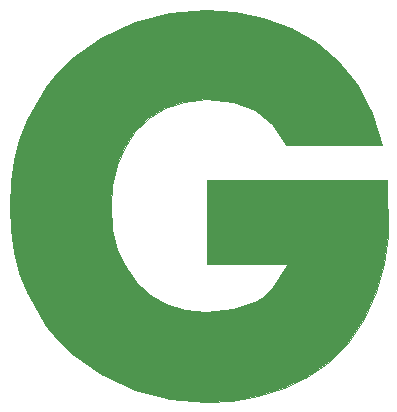
<source format=gto>
G04 #@! TF.FileFunction,Legend,Top*
%FSLAX46Y46*%
G04 Gerber Fmt 4.6, Leading zero omitted, Abs format (unit mm)*
G04 Created by KiCad (PCBNEW 4.0.0-rc2-stable) date 3/3/2016 3:44:06 PM*
%MOMM*%
G01*
G04 APERTURE LIST*
%ADD10C,0.150000*%
%ADD11C,0.025400*%
G04 APERTURE END LIST*
D10*
D11*
G36*
X70408545Y-18488064D02*
X72826781Y-18991998D01*
X75140570Y-19842964D01*
X77270365Y-21051883D01*
X79167615Y-22637729D01*
X80788011Y-24615119D01*
X82049164Y-26999558D01*
X82865172Y-29782556D01*
X74737449Y-29782556D01*
X73571509Y-27999805D01*
X73568905Y-27996913D01*
X72098015Y-26797612D01*
X72094378Y-26795537D01*
X70252668Y-26117385D01*
X70249532Y-26116665D01*
X67967042Y-25890617D01*
X67964555Y-25890615D01*
X66129655Y-26069864D01*
X66126874Y-26070456D01*
X64510124Y-26609305D01*
X64507515Y-26610518D01*
X63123510Y-27456721D01*
X63121322Y-27458412D01*
X61979972Y-28558512D01*
X61978251Y-28560562D01*
X61080801Y-29893312D01*
X61079648Y-29895437D01*
X60424951Y-31435283D01*
X60424276Y-31437340D01*
X60024528Y-33134196D01*
X60024225Y-33136169D01*
X59890621Y-34937614D01*
X59890621Y-34939500D01*
X60035320Y-36874551D01*
X60035669Y-36876703D01*
X60469869Y-38602502D01*
X60470645Y-38604706D01*
X61165443Y-40116761D01*
X61166667Y-40118866D01*
X62094114Y-41410416D01*
X62095911Y-41412427D01*
X63248317Y-42454674D01*
X63250655Y-42456349D01*
X64623549Y-43221299D01*
X64626100Y-43222375D01*
X66201600Y-43692277D01*
X66204110Y-43692757D01*
X67964470Y-43848656D01*
X67966738Y-43848654D01*
X70260288Y-43640501D01*
X70263156Y-43639901D01*
X72140396Y-43014154D01*
X72143209Y-43012813D01*
X72942819Y-42502811D01*
X72944750Y-42501299D01*
X73674100Y-41806497D01*
X73676025Y-41804167D01*
X74926415Y-39857920D01*
X74928244Y-39853222D01*
X74928101Y-39848183D01*
X74926009Y-39843596D01*
X74922297Y-39840185D01*
X74915733Y-39838355D01*
X68026280Y-39836607D01*
X68026280Y-32683656D01*
X83334098Y-32683656D01*
X83356286Y-37487282D01*
X83061553Y-39813192D01*
X82408598Y-42162410D01*
X81366364Y-44517212D01*
X80000704Y-46488968D01*
X78374911Y-48103624D01*
X76551989Y-49381566D01*
X74556839Y-50342442D01*
X72410040Y-51002055D01*
X70188388Y-51383629D01*
X67965921Y-51511569D01*
X64927642Y-51251223D01*
X61924159Y-50470347D01*
X59095290Y-49174387D01*
X56578017Y-47367886D01*
X55455982Y-46273657D01*
X54449588Y-45048169D01*
X52781881Y-42206752D01*
X52154675Y-40589820D01*
X51706451Y-38839175D01*
X51437229Y-36955670D01*
X51347102Y-34938606D01*
X51437229Y-32922739D01*
X51706450Y-31038144D01*
X52154676Y-29288585D01*
X52781885Y-27671644D01*
X54449629Y-24823477D01*
X55455911Y-23592576D01*
X56578014Y-22487128D01*
X59095378Y-20663920D01*
X61924170Y-19362461D01*
X64927644Y-18580418D01*
X67965850Y-18320091D01*
X70408545Y-18488064D01*
X70408545Y-18488064D01*
G37*
X70408545Y-18488064D02*
X72826781Y-18991998D01*
X75140570Y-19842964D01*
X77270365Y-21051883D01*
X79167615Y-22637729D01*
X80788011Y-24615119D01*
X82049164Y-26999558D01*
X82865172Y-29782556D01*
X74737449Y-29782556D01*
X73571509Y-27999805D01*
X73568905Y-27996913D01*
X72098015Y-26797612D01*
X72094378Y-26795537D01*
X70252668Y-26117385D01*
X70249532Y-26116665D01*
X67967042Y-25890617D01*
X67964555Y-25890615D01*
X66129655Y-26069864D01*
X66126874Y-26070456D01*
X64510124Y-26609305D01*
X64507515Y-26610518D01*
X63123510Y-27456721D01*
X63121322Y-27458412D01*
X61979972Y-28558512D01*
X61978251Y-28560562D01*
X61080801Y-29893312D01*
X61079648Y-29895437D01*
X60424951Y-31435283D01*
X60424276Y-31437340D01*
X60024528Y-33134196D01*
X60024225Y-33136169D01*
X59890621Y-34937614D01*
X59890621Y-34939500D01*
X60035320Y-36874551D01*
X60035669Y-36876703D01*
X60469869Y-38602502D01*
X60470645Y-38604706D01*
X61165443Y-40116761D01*
X61166667Y-40118866D01*
X62094114Y-41410416D01*
X62095911Y-41412427D01*
X63248317Y-42454674D01*
X63250655Y-42456349D01*
X64623549Y-43221299D01*
X64626100Y-43222375D01*
X66201600Y-43692277D01*
X66204110Y-43692757D01*
X67964470Y-43848656D01*
X67966738Y-43848654D01*
X70260288Y-43640501D01*
X70263156Y-43639901D01*
X72140396Y-43014154D01*
X72143209Y-43012813D01*
X72942819Y-42502811D01*
X72944750Y-42501299D01*
X73674100Y-41806497D01*
X73676025Y-41804167D01*
X74926415Y-39857920D01*
X74928244Y-39853222D01*
X74928101Y-39848183D01*
X74926009Y-39843596D01*
X74922297Y-39840185D01*
X74915733Y-39838355D01*
X68026280Y-39836607D01*
X68026280Y-32683656D01*
X83334098Y-32683656D01*
X83356286Y-37487282D01*
X83061553Y-39813192D01*
X82408598Y-42162410D01*
X81366364Y-44517212D01*
X80000704Y-46488968D01*
X78374911Y-48103624D01*
X76551989Y-49381566D01*
X74556839Y-50342442D01*
X72410040Y-51002055D01*
X70188388Y-51383629D01*
X67965921Y-51511569D01*
X64927642Y-51251223D01*
X61924159Y-50470347D01*
X59095290Y-49174387D01*
X56578017Y-47367886D01*
X55455982Y-46273657D01*
X54449588Y-45048169D01*
X52781881Y-42206752D01*
X52154675Y-40589820D01*
X51706451Y-38839175D01*
X51437229Y-36955670D01*
X51347102Y-34938606D01*
X51437229Y-32922739D01*
X51706450Y-31038144D01*
X52154676Y-29288585D01*
X52781885Y-27671644D01*
X54449629Y-24823477D01*
X55455911Y-23592576D01*
X56578014Y-22487128D01*
X59095378Y-20663920D01*
X61924170Y-19362461D01*
X64927644Y-18580418D01*
X67965850Y-18320091D01*
X70408545Y-18488064D01*
M02*

</source>
